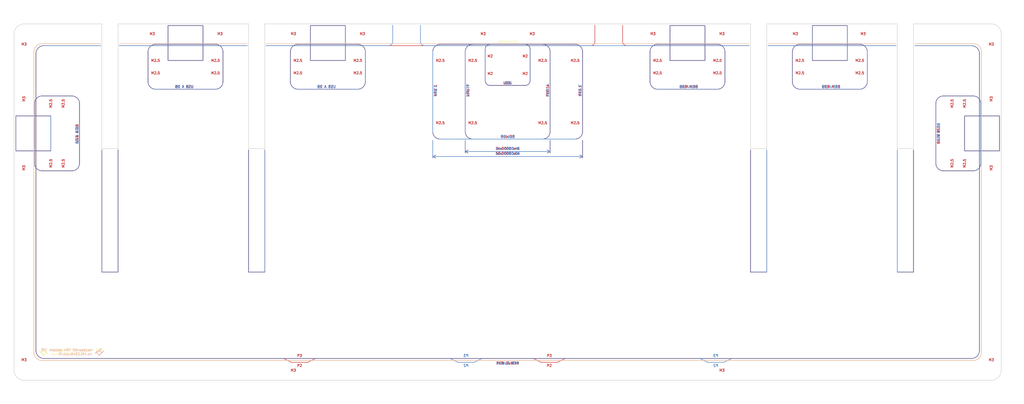
<source format=kicad_pcb>
(kicad_pcb (version 20211014) (generator pcbnew)
  (layers (0 "F.Cu" signal) (31 "B.Cu" signal) (34 "B.Paste" user) (35 "F.Paste" user) (36 "B.SilkS" user "B.Silkscreen") (37 "F.SilkS" user "F.Silkscreen") (38 "B.Mask" user) (39 "F.Mask" user) (44 "Edge.Cuts" user))
  (net 0 "")
  (footprint "MountingHole:MountingHole_3.2mm_M3" (layer "F.Cu") (at 196.6242 76.1952 -90)
    (fp_text reference "M3" (at 0 -3.5) (layer "F.Cu") (effects (font (thickness 0.2)) (justify left)))
    (fp_text value "MountingHole_3.2mm_M3")
    (pad "" np_thru_hole circle locked (at 0 0 270) (size 3.2 3.2) (drill 3.2) (layers *.Cu *.Mask))
  )
  (footprint "MountingHole:MountingHole_3.2mm_M3" (layer "F.Cu") (at 17.4614 211.1242)
    (fp_text reference "M3" (at 0 -4.2) (layer "F.Cu") (effects (font (thickness 0.2))))
    (fp_text value "MountingHole_3.2mm_M3")
    (pad "" np_thru_hole circle locked (at 0 0) (size 3.2 3.2) (drill 3.2) (layers *.Cu *.Mask))
  )
  (footprint "MountingHole:MountingHole_2.5mm" (layer "F.Cu") (at 271.1242 95.4137)
    (fp_text reference "M2.5" (at 0 -3.5) (layer "F.Cu") (effects (font (thickness 0.2))))
    (fp_text value "MountingHole_2.5mm")
    (pad "" np_thru_hole circle locked (at 0 0) (size 2.5 2.5) (drill 2.5) (layers *.Cu *.Mask))
  )
  (footprint "MountingHole:MountingHole_3.2mm_M3" (layer "F.Cu") (at 157.6242 76.1952 90)
    (fp_text reference "M3" (at 0 -3.5) (layer "F.Cu") (effects (font (thickness 0.2)) (justify right)))
    (fp_text value "MountingHole_3.2mm_M3")
    (pad "" np_thru_hole circle locked (at 0 0 90) (size 3.2 3.2) (drill 3.2) (layers *.Cu *.Mask))
  )
  (footprint "MountingHole:MountingHole_2.5mm" (layer "F.Cu") (at 94.1242 83.4137 180)
    (fp_text reference "M2.5" (at 0 -3.5) (layer "F.Cu") (effects (font (thickness 0.2))))
    (fp_text value "MountingHole_2.5mm")
    (pad "" np_thru_hole circle locked (at 0 0 180) (size 2.5 2.5) (drill 2.5) (layers *.Cu *.Mask))
  )
  (footprint "MountingHole:MountingHole_3.2mm_M3" (layer "F.Cu") (at 301.606 76.1952 90)
    (fp_text reference "M3" (at 0 -3.5) (layer "F.Cu") (effects (font (thickness 0.2)) (justify right)))
    (fp_text value "MountingHole_3.2mm_M3")
    (pad "" np_thru_hole circle locked (at 0 0 90) (size 3.2 3.2) (drill 3.2) (layers *.Cu *.Mask))
  )
  (footprint "MountingHole:MountingHole_2.5mm" (layer "F.Cu") (at 151.1242 83.4137 180)
    (fp_text reference "M2.5" (at 0 -3.5) (layer "F.Cu") (effects (font (thickness 0.2))))
    (fp_text value "MountingHole_2.5mm")
    (pad "" np_thru_hole circle locked (at 0 0 180) (size 2.5 2.5) (drill 2.5) (layers *.Cu *.Mask))
  )
  (footprint "MountingHole:MountingHole_3.2mm_M3" (layer "F.Cu") (at 404.787 76.1952 180)
    (fp_text reference "M3" (at 0 -4.2) (layer "F.Cu") (effects (font (thickness 0.2))))
    (fp_text value "MountingHole_3.2mm_M3")
    (pad "" np_thru_hole circle locked (at 0 0 180) (size 3.2 3.2) (drill 3.2) (layers *.Cu *.Mask))
  )
  (footprint "MountingHole:MountingHole_2.5mm" (layer "F.Cu") (at 197.1242 83.4137 180)
    (fp_text reference "M2.5" (at 0 -3.5) (layer "F.Cu") (effects (font (thickness 0.2))))
    (fp_text value "MountingHole_2.5mm")
    (pad "" np_thru_hole circle locked (at 0 0 180) (size 2.5 2.5) (drill 2.5) (layers *.Cu *.Mask))
  )
  (footprint "MountingHole:MountingHole_3.2mm_M3" (layer "F.Cu") (at 358.1242 76.1952 90)
    (fp_text reference "M3" (at 0 -3.5) (layer "F.Cu") (effects (font (thickness 0.2)) (justify right)))
    (fp_text value "MountingHole_3.2mm_M3")
    (pad "" np_thru_hole circle locked (at 0 0 90) (size 3.2 3.2) (drill 3.2) (layers *.Cu *.Mask))
  )
  (footprint "MountingHole:MountingHole_2.5mm" (layer "F.Cu") (at 94.1242 95.4137)
    (fp_text reference "M2.5" (at 0 -3.5) (layer "F.Cu") (effects (font (thickness 0.2))))
    (fp_text value "MountingHole_2.5mm")
    (pad "" np_thru_hole circle locked (at 0 0) (size 2.5 2.5) (drill 2.5) (layers *.Cu *.Mask))
  )
  (footprint "MountingHole:MountingHole_2.5mm" (layer "F.Cu") (at 397.5685 104.1322 90)
    (fp_text reference "M2.5" (at 0 -3.5 90) (layer "F.Cu") (effects (font (thickness 0.2))))
    (fp_text value "MountingHole_2.5mm")
    (pad "" np_thru_hole circle locked (at 0 0 90) (size 2.5 2.5) (drill 2.5) (layers *.Cu *.Mask))
  )
  (footprint "MountingHole:MountingHole_2.2mm_M2_ISO7380" (layer "F.Cu") (at 218.1242 82.4137)
    (fp_text reference "M2" (at 0 2.75) (layer "F.Cu") (effects (font (thickness 0.2))))
    (fp_text value "MountingHole_2.2mm_M2_ISO7380")
    (pad "" np_thru_hole circle locked (at 0 0) (size 2.2 2.2) (drill 2.2) (layers *.Cu *.Mask))
  )
  (footprint "MountingHole:MountingHole_2.5mm" (layer "F.Cu") (at 225.1242 83.4137 180)
    (fp_text reference "M2.5" (at 0 -3.5) (layer "F.Cu") (effects (font (thickness 0.2))))
    (fp_text value "MountingHole_2.5mm")
    (pad "" np_thru_hole circle locked (at 0 0 180) (size 2.5 2.5) (drill 2.5) (layers *.Cu *.Mask))
  )
  (footprint "MountingHole:MountingHole_2.5mm" (layer "F.Cu") (at 197.1242 115.4137)
    (fp_text reference "M2.5" (at 0 -3.5) (layer "F.Cu") (effects (font (thickness 0.2))))
    (fp_text value "MountingHole_2.5mm")
    (pad "" np_thru_hole circle locked (at 0 0) (size 2.5 2.5) (drill 2.5) (layers *.Cu *.Mask))
  )
  (footprint "MountingHole:MountingHole_2.5mm" (layer "F.Cu") (at 352.1242 83.4137 180)
    (fp_text reference "M2.5" (at 0 -3.5) (layer "F.Cu") (effects (font (thickness 0.2))))
    (fp_text value "MountingHole_2.5mm")
    (pad "" np_thru_hole circle locked (at 0 0 180) (size 2.5 2.5) (drill 2.5) (layers *.Cu *.Mask))
  )
  (footprint "MountingHole:MountingHole_2.5mm" (layer "F.Cu") (at 127.1242 83.4137 180)
    (fp_text reference "M2.5" (at 0 -3.5) (layer "F.Cu") (effects (font (thickness 0.2))))
    (fp_text value "MountingHole_2.5mm")
    (pad "" np_thru_hole circle locked (at 0 0 180) (size 2.5 2.5) (drill 2.5) (layers *.Cu *.Mask))
  )
  (footprint "MountingHole:MountingHole_3.2mm_M3" (layer "F.Cu") (at 120.6242 211.1242 -90)
    (fp_text reference "M3" (at 0 -3.5) (layer "F.Cu") (effects (font (thickness 0.2)) (justify left)))
    (fp_text value "MountingHole_3.2mm_M3")
    (pad "" np_thru_hole circle locked (at 0 0 270) (size 3.2 3.2) (drill 3.2) (layers *.Cu *.Mask))
  )
  (footprint "MountingHole:MountingHole_2.5mm" (layer "F.Cu") (at 70.1242 95.4137)
    (fp_text reference "M2.5" (at 0 -3.5) (layer "F.Cu") (effects (font (thickness 0.2))))
    (fp_text value "MountingHole_2.5mm")
    (pad "" np_thru_hole circle locked (at 0 0) (size 2.5 2.5) (drill 2.5) (layers *.Cu *.Mask))
  )
  (footprint "MountingHole:MountingHole_3.2mm_M3" (layer "F.Cu") (at 17.3984 134.6322)
    (fp_text reference "M3" (at 0 -3.5 90) (layer "F.Cu") (effects (font (thickness 0.2)) (justify left)))
    (fp_text value "MountingHole_3.2mm_M3")
    (pad "" np_thru_hole circle locked (at 0 0) (size 3.2 3.2) (drill 3.2) (layers *.Cu *.Mask))
  )
  (footprint "MountingHole:MountingHole_2.5mm" (layer "F.Cu") (at 238.1242 83.4137 180)
    (fp_text reference "M2.5" (at 0 -3.5) (layer "F.Cu") (effects (font (thickness 0.2))))
    (fp_text value "MountingHole_2.5mm")
    (pad "" np_thru_hole circle locked (at 0 0 180) (size 2.5 2.5) (drill 2.5) (layers *.Cu *.Mask))
  )
  (footprint "MountingHole:MountingHole_2.5mm" (layer "F.Cu") (at 36.679901 104.1322 90)
    (fp_text reference "M2.5" (at 0 -3.5 90) (layer "F.Cu") (effects (font (thickness 0.2))))
    (fp_text value "MountingHole_2.5mm")
    (pad "" np_thru_hole circle locked (at 0 0 90) (size 2.5 2.5) (drill 2.5) (layers *.Cu *.Mask))
  )
  (footprint "MountingHole:MountingHole_2.5mm" (layer "F.Cu") (at 24.679901 128.1322 -90)
    (fp_text reference "M2.5" (at 0 -3.5 90) (layer "F.Cu") (effects (font (thickness 0.2))))
    (fp_text value "MountingHole_2.5mm")
    (pad "" np_thru_hole circle locked (at 0 0 270) (size 2.5 2.5) (drill 2.5) (layers *.Cu *.Mask))
  )
  (footprint "MountingHole:MountingHole_2.2mm_M2_ISO7380" (layer "F.Cu") (at 204.1242 82.4137)
    (fp_text reference "M2" (at 0 2.75) (layer "F.Cu") (effects (font (thickness 0.2))))
    (fp_text value "MountingHole_2.2mm_M2_ISO7380")
    (pad "" np_thru_hole circle locked (at 0 0) (size 2.2 2.2) (drill 2.2) (layers *.Cu *.Mask))
  )
  (footprint "MountingHole:MountingHole_2.5mm" (layer "F.Cu") (at 328.1242 95.4137)
    (fp_text reference "M2.5" (at 0 -3.5) (layer "F.Cu") (effects (font (thickness 0.2))))
    (fp_text value "MountingHole_2.5mm")
    (pad "" np_thru_hole circle locked (at 0 0) (size 2.5 2.5) (drill 2.5) (layers *.Cu *.Mask))
  )
  (footprint "MountingHole:MountingHole_2.2mm_M2_ISO7380" (layer "F.Cu") (at 218.1242 94.9137)
    (fp_text reference "M2" (at 0 -2.75) (layer "F.Cu") (effects (font (thickness 0.2))))
    (fp_text value "MountingHole_2.2mm_M2_ISO7380")
    (pad "" np_thru_hole circle locked (at 0 0) (size 2.2 2.2) (drill 2.2) (layers *.Cu *.Mask))
  )
  (footprint "MountingHole:MountingHole_2.5mm" (layer "F.Cu") (at 238.1242 115.4137)
    (fp_text reference "M2.5" (at 0 -3.5) (layer "F.Cu") (effects (font (thickness 0.2))))
    (fp_text value "MountingHole_2.5mm")
    (pad "" np_thru_hole circle locked (at 0 0) (size 2.5 2.5) (drill 2.5) (layers *.Cu *.Mask))
  )
  (footprint "MountingHole:MountingHole_3.2mm_M3" (layer "F.Cu") (at 404.787 211.1242)
    (fp_text reference "M3" (at 0 -4.2) (layer "F.Cu") (effects (font (thickness 0.2))))
    (fp_text value "MountingHole_3.2mm_M3")
    (pad "" np_thru_hole circle locked (at 0 0) (size 3.2 3.2) (drill 3.2) (layers *.Cu *.Mask))
  )
  (footprint "MountingHole:MountingHole_3.2mm_M3" (layer "F.Cu") (at 120.6424 76.1952 -90)
    (fp_text reference "M3" (at 0 -3.5) (layer "F.Cu") (effects (font (thickness 0.2)) (justify left)))
    (fp_text value "MountingHole_3.2mm_M3")
    (pad "" np_thru_hole circle locked (at 0 0 270) (size 3.2 3.2) (drill 3.2) (layers *.Cu *.Mask))
  )
  (footprint "MountingHole:MountingHole_2.5mm" (layer "F.Cu") (at 70.1242 83.4137 180)
    (fp_text reference "M2.5" (at 0 -3.5) (layer "F.Cu") (effects (font (thickness 0.2))))
    (fp_text value "MountingHole_2.5mm")
    (pad "" np_thru_hole circle locked (at 0 0 180) (size 2.5 2.5) (drill 2.5) (layers *.Cu *.Mask))
  )
  (footprint "MountingHole:MountingHole_3.2mm_M3" (layer "F.Cu") (at 100.6242 76.1952 90)
    (fp_text reference "M3" (at 0 -3.5) (layer "F.Cu") (effects (font (thickness 0.2)) (justify right)))
    (fp_text value "MountingHole_3.2mm_M3")
    (pad "" np_thru_hole circle locked (at 0 0 90) (size 3.2 3.2) (drill 3.2) (layers *.Cu *.Mask))
  )
  (footprint "MountingHole:MountingHole_3.2mm_M3" (layer "F.Cu") (at 264.6242 76.1952 -90)
    (fp_text reference "M3" (at 0 -3.5) (layer "F.Cu") (effects (font (thickness 0.2)) (justify left)))
    (fp_text value "MountingHole_3.2mm_M3")
    (pad "" np_thru_hole circle locked (at 0 0 270) (size 3.2 3.2) (drill 3.2) (layers *.Cu *.Mask))
  )
  (footprint "MountingHole:MountingHole_2.5mm" (layer "F.Cu") (at 151.1242 95.4137)
    (fp_text reference "M2.5" (at 0 -3.5) (layer "F.Cu") (effects (font (thickness 0.2))))
    (fp_text value "MountingHole_2.5mm")
    (pad "" np_thru_hole circle locked (at 0 0) (size 2.5 2.5) (drill 2.5) (layers *.Cu *.Mask))
  )
  (footprint "MountingHole:MountingHole_3.2mm_M3" (layer "F.Cu") (at 404.787 134.6322)
    (fp_text reference "M3" (at 0 -3.5 90) (layer "F.Cu") (effects (font (thickness 0.2)) (justify left)))
    (fp_text value "MountingHole_3.2mm_M3")
    (pad "" np_thru_hole circle locked (at 0 0) (size 3.2 3.2) (drill 3.2) (layers *.Cu *.Mask))
  )
  (footprint "MountingHole:MountingHole_2.5mm" (layer "F.Cu") (at 295.1242 95.4137)
    (fp_text reference "M2.5" (at 0 -3.5) (layer "F.Cu") (effects (font (thickness 0.2))))
    (fp_text value "MountingHole_2.5mm")
    (pad "" np_thru_hole circle locked (at 0 0) (size 2.5 2.5) (drill 2.5) (layers *.Cu *.Mask))
  )
  (footprint "MountingHole:MountingHole_2.5mm" (layer "F.Cu") (at 328.1242 83.4137 180)
    (fp_text reference "M2.5" (at 0 -3.5) (layer "F.Cu") (effects (font (thickness 0.2))))
    (fp_text value "MountingHole_2.5mm")
    (pad "" np_thru_hole circle locked (at 0 0 180) (size 2.5 2.5) (drill 2.5) (layers *.Cu *.Mask))
  )
  (footprint "MountingHole:MountingHole_3.2mm_M3" (layer "F.Cu") (at 17.4614 76.1952 180)
    (fp_text reference "M3" (at 0 -4.2) (layer "F.Cu") (effects (font (thickness 0.2))))
    (fp_text value "MountingHole_3.2mm_M3")
    (pad "" np_thru_hole circle locked (at 0 0 180) (size 3.2 3.2) (drill 3.2) (layers *.Cu *.Mask))
  )
  (footprint "MountingHole:MountingHole_2.5mm" (layer "F.Cu") (at 24.679901 104.1322 -90)
    (fp_text reference "M2.5" (at 0 -3.5 90) (layer "F.Cu") (effects (font (thickness 0.2))))
    (fp_text value "MountingHole_2.5mm")
    (pad "" np_thru_hole circle locked (at 0 0 270) (size 2.5 2.5) (drill 2.5) (layers *.Cu *.Mask))
  )
  (footprint "MountingHole:MountingHole_3.2mm_M3" (layer "F.Cu") (at 225.6242 76.1952 90)
    (fp_text reference "M3" (at 0 -3.5) (layer "F.Cu") (effects (font (thickness 0.2)) (justify right)))
    (fp_text value "MountingHole_3.2mm_M3")
    (pad "" np_thru_hole circle locked (at 0 0 90) (size 3.2 3.2) (drill 3.2) (layers *.Cu *.Mask))
  )
  (footprint "MountingHole:MountingHole_2.5mm" (layer "F.Cu") (at 36.679901 128.1322 90)
    (fp_text reference "M2.5" (at 0 -3.5 90) (layer "F.Cu") (effects (font (thickness 0.2))))
    (fp_text value "MountingHole_2.5mm")
    (pad "" np_thru_hole circle locked (at 0 0 90) (size 2.5 2.5) (drill 2.5) (layers *.Cu *.Mask))
  )
  (footprint "MountingHole:MountingHole_2.5mm" (layer "F.Cu") (at 271.1242 83.4137 180)
    (fp_text reference "M2.5" (at 0 -3.5) (layer "F.Cu") (effects (font (thickness 0.2))))
    (fp_text value "MountingHole_2.5mm")
    (pad "" np_thru_hole circle locked (at 0 0 180) (size 2.5 2.5) (drill 2.5) (layers *.Cu *.Mask))
  )
  (footprint "MountingHole:MountingHole_2.5mm" (layer "F.Cu") (at 184.1242 115.4137)
    (fp_text reference "M2.5" (at 0 -3.5) (layer "F.Cu") (effects (font (thickness 0.2))))
    (fp_text value "MountingHole_2.5mm")
    (pad "" np_thru_hole circle locked (at 0 0) (size 2.5 2.5) (drill 2.5) (layers *.Cu *.Mask))
  )
  (footprint "MountingHole:MountingHole_3.2mm_M3" (layer "F.Cu") (at 64.1242 76.1952 -90)
    (fp_text reference "M3" (at 0 -3.5) (layer "F.Cu") (effects (font (thickness 0.2)) (justify left)))
    (fp_text value "MountingHole_3.2mm_M3")
    (pad "" np_thru_hole circle locked (at 0 0 270) (size 3.2 3.2) (drill 3.2) (layers *.Cu *.Mask))
  )
  (footprint "MountingHole:MountingHole_3.2mm_M3" (layer "F.Cu") (at 404.787 97.6251 180)
    (fp_text reference "M3" (at 0 -3.5 90) (layer "F.Cu") (effects (font (thickness 0.2)) (justify right)))
    (fp_text value "MountingHole_3.2mm_M3")
    (pad "" np_thru_hole circle locked (at 0 0 180) (size 3.2 3.2) (drill 3.2) (layers *.Cu *.Mask))
  )
  (footprint "MountingHole:MountingHole_2.5mm" (layer "F.Cu") (at 385.5685 104.1322 -90)
    (fp_text reference "M2.5" (at 0 -3.5 90) (layer "F.Cu") (effects (font (thickness 0.2))))
    (fp_text value "MountingHole_2.5mm")
    (pad "" np_thru_hole circle locked (at 0 0 270) (size 2.5 2.5) (drill 2.5) (layers *.Cu *.Mask))
  )
  (footprint "MountingHole:MountingHole_2.5mm" (layer "F.Cu") (at 385.5685 128.1322 -90)
    (fp_text reference "M2.5" (at 0 -3.5 90) (layer "F.Cu") (effects (font (thickness 0.2))))
    (fp_text value "MountingHole_2.5mm")
    (pad "" np_thru_hole circle locked (at 0 0 270) (size 2.5 2.5) (drill 2.5) (layers *.Cu *.Mask))
  )
  (footprint "MountingHole:MountingHole_3.2mm_M3" (layer "F.Cu") (at 17.4299 97.6322 180)
    (fp_text reference "M3" (at 0 -3.5 90) (layer "F.Cu") (effects (font (thickness 0.2)) (justify right)))
    (fp_text value "MountingHole_3.2mm_M3")
    (pad "" np_thru_hole circle locked (at 0 0 180) (size 3.2 3.2) (drill 3.2) (layers *.Cu *.Mask))
  )
  (footprint "MountingHole:MountingHole_3.2mm_M3" (layer "F.Cu") (at 301.6242 211.1242 90)
    (fp_text reference "M3" (at 0 -3.5) (layer "F.Cu") (effects (font (thickness 0.2)) (justify right)))
    (fp_text value "MountingHole_3.2mm_M3")
    (pad "" np_thru_hole circle locked (at 0 0 90) (size 3.2 3.2) (drill 3.2) (layers *.Cu *.Mask))
  )
  (footprint "MountingHole:MountingHole_2.5mm" (layer "F.Cu") (at 295.1242 83.4137 180)
    (fp_text reference "M2.5" (at 0 -3.5) (layer "F.Cu") (effects (font (thickness 0.2))))
    (fp_text value "MountingHole_2.5mm")
    (pad "" np_thru_hole circle locked (at 0 0 180) (size 2.5 2.5) (drill 2.5) (layers *.Cu *.Mask))
  )
  (footprint "MountingHole:MountingHole_2.5mm" (layer "F.Cu") (at 184.1242 83.4137 180)
    (fp_text reference "M2.5" (at 0 -3.5) (layer "F.Cu") (effects (font (thickness 0.2))))
    (fp_text value "MountingHole_2.5mm")
    (pad "" np_thru_hole circle locked (at 0 0 180) (size 2.5 2.5) (drill 2.5) (layers *.Cu *.Mask))
  )
  (footprint "MountingHole:MountingHole_2.5mm" (layer "F.Cu") (at 225.1242 115.4137)
    (fp_text reference "M2.5" (at 0 -3.5) (layer "F.Cu") (effects (font (thickness 0.2))))
    (fp_text value "MountingHole_2.5mm")
    (pad "" np_thru_hole circle locked (at 0 0) (size 2.5 2.5) (drill 2.5) (layers *.Cu *.Mask))
  )
  (footprint "custom-footprints:logo_small" (layer "F.Cu") (at 47.715134 203.9809)
    (fp_text reference "logo_small" hide)
    (fp_text value "G***" hide)
    (fp_poly (pts (xy -1.190375 -0.163823) (xy -0.743229 -0.610969) (xy -0.901979 -0.776333) (xy -2 0.32301) (xy -1.834635 0.487052) (xy -1.390135 0.041229) (xy 0.024062 1.463365) (xy 0.229115 1.25699) (xy -1.190375 -0.163823)) (layer "B.SilkS") (width 0) (fill solid))
    (fp_poly (pts (xy 0.156354 1.05326) (xy 1.743854 -0.53424) (xy 1.537479 -0.736646) (xy 0.854854 -0.052698) (xy 0.051844 -0.857031) (xy 0.735792 -1.542302) (xy 0.528094 -1.75) (xy -1.059406 -0.1625) (xy -0.849063 0.042552) (xy -0.118813 -0.690344) (xy 0.685521 0.111344) (xy -0.047375 0.84424) (xy 0.156354 1.05326)) (layer "B.SilkS") (width 0) (fill solid))
  )
  (footprint "MountingHole:MountingHole_3.2mm_M3" (layer "F.Cu") (at 321.6242 76.1952 -90)
    (fp_text reference "M3" (at 0 -3.5) (layer "F.Cu") (effects (font (thickness 0.2)) (justify left)))
    (fp_text value "MountingHole_3.2mm_M3")
    (pad "" np_thru_hole circle locked (at 0 0 270) (size 3.2 3.2) (drill 3.2) (layers *.Cu *.Mask))
  )
  (footprint "MountingHole:MountingHole_2.5mm" (layer "F.Cu") (at 127.1242 95.4137)
    (fp_text reference "M2.5" (at 0 -3.5) (layer "F.Cu") (effects (font (thickness 0.2))))
    (fp_text value "MountingHole_2.5mm")
    (pad "" np_thru_hole circle locked (at 0 0) (size 2.5 2.5) (drill 2.5) (layers *.Cu *.Mask))
  )
  (footprint "MountingHole:MountingHole_2.2mm_M2_ISO7380" (layer "F.Cu") (at 204.1242 94.9137)
    (fp_text reference "M2" (at 0 -2.75) (layer "F.Cu") (effects (font (thickness 0.2))))
    (fp_text value "MountingHole_2.2mm_M2_ISO7380")
    (pad "" np_thru_hole circle locked (at 0 0) (size 2.2 2.2) (drill 2.2) (layers *.Cu *.Mask))
  )
  (footprint "MountingHole:MountingHole_2.5mm" (layer "F.Cu") (at 397.5685 128.1322 90)
    (fp_text reference "M2.5" (at 0 -3.5 90) (layer "F.Cu") (effects (font (thickness 0.2))))
    (fp_text value "MountingHole_2.5mm")
    (pad "" np_thru_hole circle locked (at 0 0 90) (size 2.5 2.5) (drill 2.5) (layers *.Cu *.Mask))
  )
  (footprint "MountingHole:MountingHole_2.5mm" (layer "F.Cu") (at 352.1242 95.4137)
    (fp_text reference "M2.5" (at 0 -3.5) (layer "F.Cu") (effects (font (thickness 0.2))))
    (fp_text value "MountingHole_2.5mm")
    (pad "" np_thru_hole circle locked (at 0 0) (size 2.5 2.5) (drill 2.5) (layers *.Cu *.Mask))
  )
  (footprint "custom-footprints:logo_small" (layer "B.Cu") (at 25.1242 203.9809 180)
    (fp_text reference "logo_small" hide)
    (fp_text value "G***" hide)
    (fp_poly (pts (xy 0.156354 -1.05326) (xy 1.743854 0.53424) (xy 1.537479 0.736646) (xy 0.854854 0.052698) (xy 0.051844 0.857031) (xy 0.735792 1.542302) (xy 0.528094 1.75) (xy -1.059406 0.1625) (xy -0.849063 -0.042552) (xy -0.118813 0.690344) (xy 0.685521 -0.111344) (xy -0.047375 -0.84424) (xy 0.156354 -1.05326)) (layer "F.SilkS") (width 0) (fill solid))
    (fp_poly (pts (xy -1.190375 0.163823) (xy -0.743229 0.610969) (xy -0.901979 0.776333) (xy -2 -0.32301) (xy -1.834635 -0.487052) (xy -1.390135 -0.041229) (xy 0.024062 -1.463365) (xy 0.229115 -1.25699) (xy -1.190375 0.163823)) (layer "F.SilkS") (width 0) (fill solid))
  )
  (gr_line (start 295.1242 80.4137) (end 271.1242 80.4137) (layer "F.Cu") (width 0.2))
  (gr_arc (start 39.679901 128.1322) (mid 38.801221 130.25352) (end 36.679901 131.1322) (layer "F.Cu") (width 0.2))
  (gr_line (start 113.8742 171.7267) (end 107.3742 171.7267) (layer "F.Cu") (width 0.2))
  (gr_arc (start 238.1242 80.4137) (mid 240.24552 81.29238) (end 241.1242 83.4137) (layer "F.Cu") (width 0.2))
  (gr_line (start 121.4361 206.362) (end 25.3984 206.362) (layer "F.Cu") (width 0.2))
  (gr_rect (start 333.1242 72.9137) (end 347.1242 86.9137) (layer "F.Cu") (width 0.2) (fill none))
  (gr_line (start 298.1242 95.4137) (end 298.1242 83.4137) (layer "F.Cu") (width 0.2))
  (gr_line (start 396.85 206.362) (end 234.1415 206.362) (layer "F.Cu") (width 0.2))
  (gr_line (start 397.5685 101.1322) (end 385.5685 101.1322) (layer "F.Cu") (width 0.2))
  (gr_line (start 241.1242 115.4137) (end 241.1242 83.4137) (layer "F.Cu") (width 0.2))
  (gr_line (start 184.1242 118.4137) (end 238.1242 118.4137) (layer "F.Cu") (width 0.2))
  (gr_line (start 22.2236 203.1872) (end 22.2236 84.1322) (layer "F.Cu") (width 0.2))
  (gr_line (start 314.8742 171.7267) (end 308.3742 171.7267) (layer "F.Cu") (width 0.2))
  (gr_line (start 355.1242 95.4137) (end 355.1242 83.4137) (layer "F.Cu") (width 0.2))
  (gr_line (start 400.5685 128.1322) (end 400.5685 104.1322) (layer "F.Cu") (width 0.2))
  (gr_line (start 221.4423 206.362) (end 234.1415 206.362) (layer "F.Cu") (width 0.2))
  (gr_line (start 154.1242 95.4137) (end 154.1242 83.4137) (layer "F.Cu") (width 0.2))
  (gr_arc (start 202.1242 82.4137) (mid 202.709986 80.999486) (end 204.1242 80.4137) (layer "F.Cu") (width 0.2))
  (gr_arc (start 396.85 80.9574) (mid 399.094923 81.887277) (end 400.0248 84.1322) (layer "F.Cu") (width 0.2))
  (gr_line (start 308.3742 122.7267) (end 308.3742 171.7267) (layer "F.Cu") (width 0.2))
  (gr_line (start 373.6242 171.7267) (end 367.1242 171.7267) (layer "F.Cu") (width 0.2))
  (gr_arc (start 25.3984 206.362) (mid 23.153477 205.432123) (end 22.2236 203.1872) (layer "F.Cu") (width 0.2))
  (gr_line (start 55.6242 80.9574) (end 106.8742 80.9574) (layer "F.Cu") (width 0.2))
  (gr_line (start 258.7462 80.9574) (end 307.8742 80.9574) (layer "F.Cu") (width 0.2))
  (gr_line (start 202.1242 82.4137) (end 202.1242 94.9137) (layer "F.Cu") (width 0.2))
  (gr_arc (start 184.1242 118.4137) (mid 182.00288 117.53502) (end 181.1242 115.4137) (layer "F.Cu") (width 0.2))
  (gr_line (start 257.1588 72.7267) (end 257.1588 79.37) (layer "F.Cu") (width 0.2))
  (gr_line (start 48.6242 122.7267) (end 48.6242 171.7267) (layer "F.Cu") (width 0.2))
  (gr_arc (start 397.5685 101.1322) (mid 399.68982 102.01088) (end 400.5685 104.1322) (layer "F.Cu") (width 0.2))
  (gr_arc (start 400.0248 203.1872) (mid 399.094923 205.432123) (end 396.85 206.362) (layer "F.Cu") (width 0.2))
  (gr_line (start 314.8742 171.7267) (end 314.8742 122.7267) (layer "F.Cu") (width 0.2))
  (gr_arc (start 352.1242 80.4137) (mid 354.24552 81.29238) (end 355.1242 83.4137) (layer "F.Cu") (width 0.2))
  (gr_line (start 315.3742 80.9574) (end 366.6242 80.9574) (layer "F.Cu") (width 0.2))
  (gr_line (start 21.679901 104.1322) (end 21.679901 128.1322) (layer "F.Cu") (width 0.2))
  (gr_line (start 130.9605 207.9494) (end 134.1353 206.362) (layer "F.Cu") (width 0.2))
  (gr_line (start 97.1242 95.4137) (end 97.1242 83.4137) (layer "F.Cu") (width 0.2))
  (gr_line (start 373.6242 171.7267) (end 373.6242 122.7267) (layer "F.Cu") (width 0.2))
  (gr_rect (start 276.1242 72.9137) (end 290.1242 86.9137) (layer "F.Cu") (width 0.2) (fill none))
  (gr_line (start 224.6171 207.9494) (end 230.9667 207.9494) (layer "F.Cu") (width 0.2))
  (gr_line (start 328.1242 98.4137) (end 352.1242 98.4137) (layer "F.Cu") (width 0.2))
  (gr_rect (start 75.1242 86.9137) (end 89.1242 72.9137) (layer "F.Cu") (width 0.2) (fill none))
  (gr_line (start 400.0248 84.1322) (end 400.0248 203.1872) (layer "F.Cu") (width 0.2))
  (gr_arc (start 127.1242 98.4137) (mid 125.00288 97.53502) (end 124.1242 95.4137) (layer "F.Cu") (width 0.2))
  (gr_arc (start 154.1242 95.4137) (mid 153.24552 97.53502) (end 151.1242 98.4137) (layer "F.Cu") (width 0.2))
  (gr_arc (start 97.1242 95.4137) (mid 96.24552 97.53502) (end 94.1242 98.4137) (layer "F.Cu") (width 0.2))
  (gr_line (start 67.1242 83.4137) (end 67.1242 95.4137) (layer "F.Cu") (width 0.2))
  (gr_line (start 325.1242 83.4137) (end 325.1242 95.4137) (layer "F.Cu") (width 0.2))
  (gr_line (start 396.85 80.9574) (end 374.1242 80.9574) (layer "F.Cu") (width 0.2))
  (gr_rect (start 408.0685 109.1322) (end 394.0685 123.1322) (layer "F.Cu") (width 0.2) (fill none))
  (gr_line (start 48.1242 80.9574) (end 24.8984 80.9574) (layer "F.Cu") (width 0.2))
  (gr_arc (start 225.1242 80.4137) (mid 227.24552 81.29238) (end 228.1242 83.4137) (layer "F.Cu") (width 0.2))
  (gr_arc (start 246.047 79.37) (mid 245.582061 80.492461) (end 244.4596 80.9574) (layer "F.Cu") (width 0.2))
  (gr_line (start 24.679901 131.1322) (end 36.679901 131.1322) (layer "F.Cu") (width 0.2))
  (gr_arc (start 197.1242 118.4137) (mid 195.00288 117.53502) (end 194.1242 115.4137) (layer "F.Cu") (width 0.2))
  (gr_line (start 204.1242 96.9137) (end 218.1242 96.9137) (layer "F.Cu") (width 0.2))
  (gr_line (start 238.1242 80.4137) (end 184.1242 80.4137) (layer "F.Cu") (width 0.2))
  (gr_line (start 121.4361 206.362) (end 134.1353 206.362) (layer "F.Cu") (width 0.2))
  (gr_arc (start 328.1242 98.4137) (mid 326.00288 97.53502) (end 325.1242 95.4137) (layer "F.Cu") (width 0.2))
  (gr_line (start 385.5685 131.1322) (end 397.5685 131.1322) (layer "F.Cu") (width 0.2))
  (gr_line (start 39.679901 128.1322) (end 39.679901 104.1322) (layer "F.Cu") (width 0.2))
  (gr_arc (start 355.1242 95.4137) (mid 354.24552 97.53502) (end 352.1242 98.4137) (layer "F.Cu") (width 0.2))
  (gr_line (start 70.1242 98.4137) (end 94.1242 98.4137) (layer "F.Cu") (width 0.2))
  (gr_line (start 220.1242 94.9137) (end 220.1242 82.4137) (layer "F.Cu") (width 0.2))
  (gr_arc (start 151.1242 80.4137) (mid 153.24552 81.29238) (end 154.1242 83.4137) (layer "F.Cu") (width 0.2))
  (gr_arc (start 124.1242 83.4137) (mid 125.00288 81.29238) (end 127.1242 80.4137) (layer "F.Cu") (width 0.2))
  (gr_line (start 55.1242 171.7267) (end 55.1242 122.7267) (layer "F.Cu") (width 0.2))
  (gr_line (start 271.1242 98.4137) (end 295.1242 98.4137) (layer "F.Cu") (width 0.2))
  (gr_line (start 228.1242 115.4137) (end 228.1242 83.4137) (layer "F.Cu") (width 0.2))
  (gr_line (start 221.4423 206.362) (end 134.1353 206.362) (layer "F.Cu") (width 0.2))
  (gr_line (start 55.1242 171.7267) (end 48.6242 171.7267) (layer "F.Cu") (width 0.2))
  (gr_rect (start 14.179901 123.1322) (end 28.179901 109.1322) (layer "F.Cu") (width 0.2) (fill none))
  (gr_arc (start 70.1242 98.4137) (mid 68.00288 97.53502) (end 67.1242 95.4137) (layer "F.Cu") (width 0.2))
  (gr_arc (start 22.2236 84.1322) (mid 23.153477 81.887277) (end 25.3984 80.9574) (layer "F.Cu") (width 0.2))
  (gr_arc (start 67.1242 83.4137) (mid 68.00288 81.29238) (end 70.1242 80.4137) (layer "F.Cu") (width 0.2))
  (gr_line (start 127.1242 98.4137) (end 151.1242 98.4137) (layer "F.Cu") (width 0.2))
  (gr_line (start 94.1242 80.4137) (end 70.1242 80.4137) (layer "F.Cu") (width 0.2))
  (gr_arc (start 241.1242 115.4137) (mid 240.24552 117.53502) (end 238.1242 118.4137) (layer "F.Cu") (width 0.2))
  (gr_arc (start 382.5685 104.1322) (mid 383.44718 102.01088) (end 385.5685 101.1322) (layer "F.Cu") (width 0.2))
  (gr_line (start 107.3742 122.7267) (end 107.3742 171.7267) (layer "F.Cu") (width 0.2))
  (gr_arc (start 268.1242 83.4137) (mid 269.00288 81.29238) (end 271.1242 80.4137) (layer "F.Cu") (width 0.2))
  (gr_line (start 124.1242 83.4137) (end 124.1242 95.4137) (layer "F.Cu") (width 0.2))
  (gr_arc (start 220.1242 94.9137) (mid 219.538414 96.327914) (end 218.1242 96.9137) (layer "F.Cu") (width 0.2))
  (gr_line (start 151.1242 80.4137) (end 127.1242 80.4137) (layer "F.Cu") (width 0.2))
  (gr_arc (start 204.1242 96.9137) (mid 202.709986 96.327914) (end 202.1242 94.9137) (layer "F.Cu") (width 0.2))
  (gr_line (start 382.5685 104.1322) (end 382.5685 128.1322) (layer "F.Cu") (width 0.2))
  (gr_arc (start 271.1242 98.4137) (mid 269.00288 97.53502) (end 268.1242 95.4137) (layer "F.Cu") (width 0.2))
  (gr_line (start 114.3742 80.9574) (end 244.4596 80.9574) (layer "F.Cu") (width 0.2))
  (gr_arc (start 218.1242 80.4137) (mid 219.538414 80.999486) (end 220.1242 82.4137) (layer "F.Cu") (width 0.2))
  (gr_line (start 113.8742 171.7267) (end 113.8742 122.7267) (layer "F.Cu") (width 0.2))
  (gr_arc (start 194.1242 83.4137) (mid 195.00288 81.29238) (end 197.1242 80.4137) (layer "F.Cu") (width 0.2))
  (gr_arc (start 295.1242 80.4137) (mid 297.24552 81.29238) (end 298.1242 83.4137) (layer "F.Cu") (width 0.2))
  (gr_line (start 124.6109 207.9494) (end 130.9605 207.9494) (layer "F.Cu") (width 0.2))
  (gr_line (start 230.9667 207.9494) (end 234.1415 206.362) (layer "F.Cu") (width 0.2))
  (gr_arc (start 385.5685 131.1322) (mid 383.44718 130.25352) (end 382.5685 128.1322) (layer "F.Cu") (width 0.2))
  (gr_arc (start 400.5685 128.1322) (mid 399.68982 130.25352) (end 397.5685 131.1322) (layer "F.Cu") (width 0.2))
  (gr_line (start 194.1242 83.4137) (end 194.1242 115.4137) (layer "F.Cu") (width 0.2))
  (gr_arc (start 24.679901 131.1322) (mid 22.558581 130.25352) (end 21.679901 128.1322) (layer "F.Cu") (width 0.2))
  (gr_arc (start 258.7462 80.9574) (mid 257.623739 80.492461) (end 257.1588 79.37) (layer "F.Cu") (width 0.2))
  (gr_arc (start 325.1242 83.4137) (mid 326.00288 81.29238) (end 328.1242 80.4137) (layer "F.Cu") (width 0.2))
  (gr_line (start 124.6109 207.9494) (end 121.4361 206.362) (layer "F.Cu") (width 0.2))
  (gr_line (start 36.679901 101.1322) (end 24.679901 101.1322) (layer "F.Cu") (width 0.2))
  (gr_arc (start 36.679901 101.1322) (mid 38.801221 102.01088) (end 39.679901 104.1322) (layer "F.Cu") (width 0.2))
  (gr_line (start 246.047 72.7267) (end 246.047 79.37) (layer "F.Cu") (width 0.2))
  (gr_line (start 268.1242 83.4137) (end 268.1242 95.4137) (layer "F.Cu") (width 0.2))
  (gr_line (start 367.1242 122.7267) (end 367.1242 171.7267) (layer "F.Cu") (width 0.2))
  (gr_arc (start 298.1242 95.4137) (mid 297.24552 97.53502) (end 295.1242 98.4137) (layer "F.Cu") (width 0.2))
  (gr_line (start 224.6171 207.9494) (end 221.4423 206.362) (layer "F.Cu") (width 0.2))
  (gr_arc (start 181.1242 83.4137) (mid 182.00288 81.29238) (end 184.1242 80.4137) (layer "F.Cu") (width 0.2))
  (gr_line (start 352.1242 80.4137) (end 328.1242 80.4137) (layer "F.Cu") (width 0.2))
  (gr_line (start 181.1242 83.4137) (end 181.1242 115.4137) (layer "F.Cu") (width 0.2))
  (gr_rect (start 132.1242 86.9137) (end 146.1242 72.9137) (layer "F.Cu") (width 0.2) (fill none))
  (gr_arc (start 228.1242 115.4137) (mid 227.24552 117.53502) (end 225.1242 118.4137) (layer "F.Cu") (width 0.2))
  (gr_arc (start 94.1242 80.4137) (mid 96.24552 81.29238) (end 97.1242 83.4137) (layer "F.Cu") (width 0.2))
  (gr_arc (start 21.679901 104.1322) (mid 22.558581 102.01088) (end 24.679901 101.1322) (layer "F.Cu") (width 0.2))
  (gr_line (start 300.8123 206.362) (end 297.6375 207.9494) (layer "B.Cu") (width 0.2))
  (gr_line (start 36.6799 101.1322) (end 24.6799 101.1322) (layer "B.Cu") (width 0.2))
  (gr_arc (start 400.0248 203.1872) (mid 399.094923 205.432123) (end 396.85 206.362) (layer "B.Cu") (width 0.2))
  (gr_line (start 184.1242 118.4137) (end 238.1242 118.4137) (layer "B.Cu") (width 0.2))
  (gr_line (start 67.1242 83.4137) (end 67.1242 95.4137) (layer "B.Cu") (width 0.2))
  (gr_arc (start 97.1242 95.4137) (mid 96.24552 97.53502) (end 94.1242 98.4137) (layer "B.Cu") (width 0.2))
  (gr_line (start 94.1242 80.4137) (end 70.1242 80.4137) (layer "B.Cu") (width 0.2))
  (gr_arc (start 268.1242 83.4137) (mid 269.00288 81.29238) (end 271.1242 80.4137) (layer "B.Cu") (width 0.2))
  (gr_line (start 113.8742 171.7267) (end 113.8742 122.7267) (layer "B.Cu") (width 0.2))
  (gr_arc (start 39.6799 128.1322) (mid 38.80122 130.25352) (end 36.6799 131.1322) (layer "B.Cu") (width 0.2))
  (gr_line (start 124.1242 83.4137) (end 124.1242 95.4137) (layer "B.Cu") (width 0.2))
  (gr_arc (start 21.6799 104.1322) (mid 22.55858 102.01088) (end 24.6799 101.1322) (layer "B.Cu") (width 0.2))
  (gr_line (start 176.2014 79.37) (end 176.2014 72.7267) (layer "B.Cu") (width 0.2))
  (gr_line (start 288.1131 206.362) (end 300.8123 206.362) (layer "B.Cu") (width 0.2))
  (gr_arc (start 151.1242 80.4137) (mid 153.24552 81.29238) (end 154.1242 83.4137) (layer "B.Cu") (width 0.2))
  (gr_line (start 24.6799 131.1322) (end 36.6799 131.1322) (layer "B.Cu") (width 0.2))
  (gr_line (start 48.6242 171.7267) (end 55.1242 171.7267) (layer "B.Cu") (width 0.2))
  (gr_line (start 25.3984 80.9574) (end 48.1242 80.9574) (layer "B.Cu") (width 0.2))
  (gr_arc (start 298.1242 95.4137) (mid 297.24552 97.53502) (end 295.1242 98.4137) (layer "B.Cu") (width 0.2))
  (gr_rect (start 75.1242 86.9137) (end 89.1242 72.9137) (layer "B.Cu") (width 0.2) (fill none))
  (gr_line (start 314.8742 171.7267) (end 314.8742 122.7267) (layer "B.Cu") (width 0.2))
  (gr_line (start 308.3742 122.7267) (end 308.3742 171.7267) (layer "B.Cu") (width 0.2))
  (gr_line (start 48.6242 122.7267) (end 48.6242 171.7267) (layer "B.Cu") (width 0.2))
  (gr_arc (start 204.1242 96.9137) (mid 202.709986 96.327914) (end 202.1242 94.9137) (layer "B.Cu") (width 0.2))
  (gr_line (start 200.8061 206.362) (end 197.6313 207.9494) (layer "B.Cu") (width 0.2))
  (gr_rect (start 394.068499 109.1322) (end 408.068499 123.1322) (layer "B.Cu") (width 0.2) (fill none))
  (gr_line (start 367.1242 122.7267) (end 367.1242 171.7267) (layer "B.Cu") (width 0.2))
  (gr_arc (start 94.1242 80.4137) (mid 96.24552 81.29238) (end 97.1242 83.4137) (layer "B.Cu") (width 0.2))
  (gr_arc (start 197.1242 118.4137) (mid 195.00288 117.53502) (end 194.1242 115.4137) (layer "B.Cu") (width 0.2))
  (gr_arc (start 271.1242 98.4137) (mid 269.00288 97.53502) (end 268.1242 95.4137) (layer "B.Cu") (width 0.2))
  (gr_line (start 220.1242 94.9137) (end 220.1242 82.4137) (layer "B.Cu") (width 0.2))
  (gr_arc (start 67.1242 83.4137) (mid 68.00288 81.29238) (end 70.1242 80.4137) (layer "B.Cu") (width 0.2))
  (gr_arc (start 24.6799 131.1322) (mid 22.55858 130.25352) (end 21.6799 128.1322) (layer "B.Cu") (width 0.2))
  (gr_line (start 127.1242 98.4137) (end 151.1242 98.4137) (layer "B.Cu") (width 0.2))
  (gr_line (start 373.6242 171.7267) (end 373.6242 122.7267) (layer "B.Cu") (width 0.2))
  (gr_line (start 154.1242 95.4137) (end 154.1242 83.4137) (layer "B.Cu") (width 0.2))
  (gr_line (start 308.3742 171.7267) (end 314.8742 171.7267) (layer "B.Cu") (width 0.2))
  (gr_line (start 352.1242 80.4137) (end 328.1242 80.4137) (layer "B.Cu") (width 0.2))
  (gr_line (start 268.1242 83.4137) (end 268.1242 95.4137) (layer "B.Cu") (width 0.2))
  (gr_line (start 288.1131 206.362) (end 200.8061 206.362) (layer "B.Cu") (width 0.2))
  (gr_line (start 202.1242 82.4137) (end 202.1242 94.9137) (layer "B.Cu") (width 0.2))
  (gr_line (start 367.1242 171.7267) (end 373.6242 171.7267) (layer "B.Cu") (width 0.2))
  (gr_arc (start 165.0896 79.37) (mid 164.624661 80.492461) (end 163.5022 80.9574) (layer "B.Cu") (width 0.2))
  (gr_line (start 204.1242 96.9137) (end 218.1242 96.9137) (layer "B.Cu") (width 0.2))
  (gr_arc (start 22.2236 84.1322) (mid 23.153477 81.887277) (end 25.3984 80.9574) (layer "B.Cu") (width 0.2))
  (gr_line (start 188.1069 206.362) (end 191.2817 207.9494) (layer "B.Cu") (width 0.2))
  (gr_arc (start 382.568499 104.1322) (mid 383.447179 102.01088) (end 385.568499 101.1322) (layer "B.Cu") (width 0.2))
  (gr_arc (start 181.1242 83.4137) (mid 182.00288 81.29238) (end 184.1242 80.4137) (layer "B.Cu") (width 0.2))
  (gr_line (start 70.1242 98.4137) (end 94.1242 98.4137) (layer "B.Cu") (width 0.2))
  (gr_line (start 400.0248 84.1322) (end 400.0248 203.1872) (layer "B.Cu") (width 0.2))
  (gr_arc (start 36.6799 101.1322) (mid 38.80122 102.01088) (end 39.6799 104.1322) (layer "B.Cu") (width 0.2))
  (gr_rect (start 132.1242 86.9137) (end 146.1242 72.9137) (layer "B.Cu") (width 0.2) (fill none))
  (gr_arc (start 328.1242 98.4137) (mid 326.00288 97.53502) (end 325.1242 95.4137) (layer "B.Cu") (width 0.2))
  (gr_arc (start 70.1242 98.4137) (mid 68.00288 97.53502) (end 67.1242 95.4137) (layer "B.Cu") (width 0.2))
  (gr_line (start 295.1242 80.4137) (end 271.1242 80.4137) (layer "B.Cu") (width 0.2))
  (gr_line (start 21.6799 104.1322) (end 21.6799 128.1322) (layer "B.Cu") (width 0.2))
  (gr_line (start 325.1242 83.4137) (end 325.1242 95.4137) (layer "B.Cu") (width 0.2))
  (gr_rect (start 333.1242 72.9137) (end 347.1242 86.9137) (layer "B.Cu") (width 0.2) (fill none))
  (gr_line (start 107.3742 171.7267) (end 113.8742 171.7267) (layer "B.Cu") (width 0.2))
  (gr_arc (start 385.568499 131.1322) (mid 383.447179 130.25352) (end 382.568499 128.1322) (layer "B.Cu") (width 0.2))
  (gr_line (start 188.1069 206.362) (end 25.3984 206.362) (layer "B.Cu") (width 0.2))
  (gr_line (start 385.568499 131.1322) (end 397.568499 131.1322) (layer "B.Cu") (width 0.2))
  (gr_line (start 291.2879 207.9494) (end 297.6375 207.9494) (layer "B.Cu") (width 0.2))
  (gr_line (start 288.1131 206.362) (end 291.2879 207.9494) (layer "B.Cu") (width 0.2))
  (gr_line (start 188.1069 206.362) (end 200.8061 206.362) (layer "B.Cu") (width 0.2))
  (gr_line (start 39.6799 128.1322) (end 39.6799 104.1322) (layer "B.Cu") (width 0.2))
  (gr_arc (start 127.1242 98.4137) (mid 125.00288 97.53502) (end 124.1242 95.4137) (layer "B.Cu") (width 0.2))
  (gr_arc (start 25.3984 206.362) (mid 23.153477 205.432123) (end 22.2236 203.1872) (layer "B.Cu") (width 0.2))
  (gr_line (start 151.1242 80.4137) (end 127.1242 80.4137) (layer "B.Cu") (width 0.2))
  (gr_arc (start 194.1242 83.4137) (mid 195.00288 81.29238) (end 197.1242 80.4137) (layer "B.Cu") (width 0.2))
  (gr_line (start 55.1242 171.7267) (end 55.1242 122.7267) (layer "B.Cu") (width 0.2))
  (gr_line (start 181.1242 83.4137) (end 181.1242 115.4137) (layer "B.Cu") (width 0.2))
  (gr_line (start 366.6242 80.9574) (end 315.3742 80.9574) (layer "B.Cu") (width 0.2))
  (gr_arc (start 352.1242 80.4137) (mid 354.24552 81.29238) (end 355.1242 83.4137) (layer "B.Cu") (width 0.2))
  (gr_line (start 307.8742 80.9574) (end 177.7888 80.9574) (layer "B.Cu") (width 0.2))
  (gr_arc (start 220.1242 94.9137) (mid 219.538414 96.327914) (end 218.1242 96.9137) (layer "B.Cu") (width 0.2))
  (gr_arc (start 295.1242 80.4137) (mid 297.24552 81.29238) (end 298.1242 83.4137) (layer "B.Cu") (width 0.2))
  (gr_arc (start 396.85 80.9574) (mid 399.094923 81.887277) (end 400.0248 84.1322) (layer "B.Cu") (width 0.2))
  (gr_arc (start 218.1242 80.4137) (mid 219.538414 80.999486) (end 220.1242 82.4137) (layer "B.Cu") (width 0.2))
  (gr_line (start 271.1242 98.4137) (end 295.1242 98.4137) (layer "B.Cu") (width 0.2))
  (gr_arc (start 184.1242 118.4137) (mid 182.00288 117.53502) (end 181.1242 115.4137) (layer "B.Cu") (width 0.2))
  (gr_line (start 194.1242 83.4137) (end 194.1242 115.4137) (layer "B.Cu") (width 0.2))
  (gr_arc (start 225.1242 80.4137) (mid 227.24552 81.29238) (end 228.1242 83.4137) (layer "B.Cu") (width 0.2))
  (gr_arc (start 202.1242 82.4137) (mid 202.709986 80.999486) (end 204.1242 80.4137) (layer "B.Cu") (width 0.2))
  (gr_arc (start 228.1242 115.4137) (mid 227.24552 117.53502) (end 225.1242 118.4137) (layer "B.Cu") (width 0.2))
  (gr_line (start 241.1242 115.4137) (end 241.1242 83.4137) (layer "B.Cu") (width 0.2))
  (gr_arc (start 241.1242 115.4137) (mid 240.24552 117.53502) (end 238.1242 118.4137) (layer "B.Cu") (width 0.2))
  (gr_arc (start 355.1242 95.4137) (mid 354.24552 97.53502) (end 352.1242 98.4137) (layer "B.Cu") (width 0.2))
  (gr_line (start 397.568499 101.1322) (end 385.568499 101.1322) (layer "B.Cu") (width 0.2))
  (gr_line (start 163.5022 80.9574) (end 114.3742 80.9574) (layer "B.Cu") (width 0.2))
  (gr_line (start 396.85 206.362) (end 300.8123 206.362) (layer "B.Cu") (width 0.2))
  (gr_arc (start 177.7888 80.9574) (mid 176.666339 80.492461) (end 176.2014 79.37) (layer "B.Cu") (width 0.2))
  (gr_arc (start 238.1242 80.4137) (mid 240.24552 81.29238) (end 241.1242 83.4137) (layer "B.Cu") (width 0.2))
  (gr_arc (start 325.1242 83.4137) (mid 326.00288 81.29238) (end 328.1242 80.4137) (layer "B.Cu") (width 0.2))
  (gr_rect (start 28.1799 123.1322) (end 14.1799 109.1322) (layer "B.Cu") (width 0.2) (fill none))
  (gr_line (start 400.568499 128.1322) (end 400.568499 104.1322) (layer "B.Cu") (width 0.2))
  (gr_line (start 106.8742 80.9574) (end 55.6242 80.9574) (layer "B.Cu") (width 0.2))
  (gr_arc (start 397.568499 101.1322) (mid 399.689819 102.01088) (end 400.568499 104.1322) (layer "B.Cu") (width 0.2))
  (gr_line (start 97.1242 95.4137) (end 97.1242 83.4137) (layer "B.Cu") (width 0.2))
  (gr_arc (start 154.1242 95.4137) (mid 153.24552 97.53502) (end 151.1242 98.4137) (layer "B.Cu") (width 0.2))
  (gr_line (start 374.1242 80.9574) (end 396.85 80.9574) (layer "B.Cu") (width 0.2))
  (gr_line (start 382.568499 104.1322) (end 382.568499 128.1322) (layer "B.Cu") (width 0.2))
  (gr_line (start 191.2817 207.9494) (end 197.6313 207.9494) (layer "B.Cu") (width 0.2))
  (gr_line (start 355.1242 95.4137) (end 355.1242 83.4137) (layer "B.Cu") (width 0.2))
  (gr_arc (start 400.568499 128.1322) (mid 399.689819 130.25352) (end 397.568499 131.1322) (layer "B.Cu") (width 0.2))
  (gr_line (start 238.1242 80.4137) (end 184.1242 80.4137) (layer "B.Cu") (width 0.2))
  (gr_arc (start 124.1242 83.4137) (mid 125.00288 81.29238) (end 127.1242 80.4137) (layer "B.Cu") (width 0.2))
  (gr_line (start 165.0896 79.37) (end 165.0896 72.7267) (layer "B.Cu") (width 0.2))
  (gr_line (start 107.3742 122.7267) (end 107.3742 171.7267) (layer "B.Cu") (width 0.2))
  (gr_line (start 298.1242 95.4137) (end 298.1242 83.4137) (layer "B.Cu") (width 0.2))
  (gr_line (start 228.1242 115.4137) (end 228.1242 83.4137) (layer "B.Cu") (width 0.2))
  (gr_line (start 328.1242 98.4137) (end 352.1242 98.4137) (layer "B.Cu") (width 0.2))
  (gr_rect (start 276.1242 72.9137) (end 290.1242 86.9137) (layer "B.Cu") (width 0.2) (fill none))
  (gr_line (start 22.2236 203.1872) (end 22.2236 84.1322) (layer "B.Cu") (width 0.2))
  (gr_line (start 400.818499 203.9809) (end 400.818499 83.3385) (layer "B.SilkS") (width 0.2))
  (gr_line (start 397.6437 80.1637) (end 374.1242 80.1637) (layer "B.SilkS") (width 0.2))
  (gr_line (start 366.6242 80.1637) (end 315.3742 80.1637) (layer "B.SilkS") (width 0.15))
  (gr_arc (start 24.6047 207.1557) (mid 22.359777 206.225823) (end 21.4299 203.9809) (layer "B.SilkS") (width 0.2))
  (gr_line (start 397.6437 207.155699) (end 24.6047 207.1557) (layer "B.SilkS") (width 0.2))
  (gr_line (start 21.4299 83.3385) (end 21.4299 203.9809) (layer "B.SilkS") (width 0.2))
  (gr_arc (start 400.8185 203.980899) (mid 399.888623 206.225822) (end 397.6437 207.155699) (layer "B.SilkS") (width 0.2))
  (gr_line (start 307.8742 80.1637) (end 114.3742 80.1637) (layer "B.SilkS") (width 0.15))
  (gr_line (start 48.1242 80.1637) (end 24.604701 80.1637) (layer "B.SilkS") (width 0.2))
  (gr_line (start 106.8742 80.1637) (end 55.6242 80.1637) (layer "B.SilkS") (width 0.15))
  (gr_arc (start 21.4299 83.3385) (mid 22.359777 81.093577) (end 24.6047 80.1637) (layer "B.SilkS") (width 0.2))
  (gr_arc (start 397.643699 80.1637) (mid 399.888622 81.093577) (end 400.818499 83.3385) (layer "B.SilkS") (width 0.2))
  (gr_arc (start 400.8185 203.9809) (mid 399.888623 206.225823) (end 397.6437 207.1557) (layer "F.SilkS") (width 0.2))
  (gr_line (start 374.1242 80.1637) (end 397.6437 80.1637) (layer "F.SilkS") (width 0.2))
  (gr_line (start 114.3742 80.1637) (end 307.8742 80.1637) (layer "F.SilkS") (width 0.15))
  (gr_line (start 397.6437 207.1557) (end 24.6047 207.155699) (layer "F.SilkS") (width 0.2))
  (gr_line (start 315.3742 80.1637) (end 366.6242 80.1637) (layer "F.SilkS") (width 0.15))
  (gr_line (start 55.6242 80.1637) (end 106.8742 80.1637) (layer "F.SilkS") (width 0.15))
  (gr_arc (start 397.6437 80.1637) (mid 399.888623 81.093577) (end 400.8185 83.3385) (layer "F.SilkS") (width 0.2))
  (gr_arc (start 21.429901 83.3385) (mid 22.359778 81.093577) (end 24.604701 80.1637) (layer "F.SilkS") (width 0.2))
  (gr_line (start 400.8185 203.9809) (end 400.8185 83.3385) (layer "F.SilkS") (width 0.2))
  (gr_line (start 24.604701 80.1637) (end 48.1242 80.1637) (layer "F.SilkS") (width 0.2))
  (gr_line (start 21.429901 83.3385) (end 21.429901 203.9809) (layer "F.SilkS") (width 0.2))
  (gr_arc (start 24.6047 207.155699) (mid 22.359777 206.225822) (end 21.4299 203.980899) (layer "F.SilkS") (width 0.2))
  (gr_line (start 367.1242 72.2267) (end 367.1242 122.2267) (layer "Edge.Cuts") (width 0.2))
  (gr_arc (start 408.7555 211.1242) (mid 407.593153 213.930353) (end 404.787 215.0927) (layer "Edge.Cuts") (width 0.2))
  (gr_arc (start 13.4929 76.1952) (mid 14.655247 73.389047) (end 17.4614 72.2267) (layer "Edge.Cuts") (width 0.2))
  (gr_line (start 113.8742 72.2267) (end 308.3742 72.2267) (layer "Edge.Cuts") (width 0.2))
  (gr_line (start 367.1242 122.2267) (end 373.6242 122.2267) (layer "Edge.Cuts") (width 0.2))
  (gr_line (start 314.8742 72.2267) (end 314.8742 122.2267) (layer "Edge.Cuts") (width 0.2))
  (gr_line (start 48.6242 72.2267) (end 17.4614 72.2267) (layer "Edge.Cuts") (width 0.2))
  (gr_line (start 408.7555 211.1242) (end 408.7555 76.1952) (layer "Edge.Cuts") (width 0.2))
  (gr_line (start 55.1242 72.2267) (end 55.1242 122.2267) (layer "Edge.Cuts") (width 0.2))
  (gr_line (start 113.8742 122.2267) (end 107.3742 122.2267) (layer "Edge.Cuts") (width 0.2))
  (gr_line (start 113.8742 72.2267) (end 113.8742 122.2267) (layer "Edge.Cuts") (width 0.2))
  (gr_line (start 314.8742 72.2267) (end 367.1242 72.2267) (layer "Edge.Cuts") (width 0.2))
  (gr_line (start 55.1242 72.2267) (end 107.3742 72.2267) (layer "Edge.Cuts") (width 0.2))
  (gr_line (start 314.8742 122.2267) (end 308.3742 122.2267) (layer "Edge.Cuts") (width 0.2))
  (gr_line (start 373.6242 72.2267) (end 404.787 72.2267) (layer "Edge.Cuts") (width 0.2))
  (gr_arc (start 17.4614 215.0927) (mid 14.655247 213.930353) (end 13.4929 211.1242) (layer "Edge.Cuts") (width 0.2))
  (gr_line (start 55.1242 122.2267) (end 48.6242 122.2267) (layer "Edge.Cuts") (width 0.2))
  (gr_line (start 17.4614 215.0927) (end 404.787 215.0927) (layer "Edge.Cuts") (width 0.2))
  (gr_line (start 107.3742 122.2267) (end 107.3742 72.2267) (layer "Edge.Cuts") (width 0.2))
  (gr_line (start 373.6242 122.2267) (end 373.6242 72.2267) (layer "Edge.Cuts") (width 0.2))
  (gr_line (start 13.4929 76.1952) (end 13.4929 211.1242) (layer "Edge.Cuts") (width 0.2))
  (gr_arc (start 404.787 72.2267) (mid 407.593153 73.389047) (end 408.7555 76.1952) (layer "Edge.Cuts") (width 0.2))
  (gr_line (start 48.6242 122.2267) (end 48.6242 72.2267) (layer "Edge.Cuts") (width 0.2))
  (gr_line (start 308.3742 122.2267) (end 308.3742 72.2267) (layer "Edge.Cuts") (width 0.2))
  (gr_text "P3" (at 127.7857 205.2267) (layer "F.Cu") (effects (font (size 1 1) (thickness 0.2))))
  (gr_text "FE2.1" (at 240.1242 98.888252 90) (layer "F.Cu") (effects (font (size 1 1) (thickness 0.2))))
  (gr_text "USB A DB" (at 340.6242 97.4137) (layer "F.Cu") (effects (font (size 1 1) (thickness 0.2))))
  (gr_text "7 Port" (at 182.1242 98.888252 270) (layer "F.Cu") (effects (font (size 1 1) (thickness 0.2))))
  (gr_text "UDB" (at 210.8742 95.9137) (layer "F.Cu") (effects (font (size 1 1) (thickness 0.2))))
  (gr_text "P3" (at 227.7919 205.2267) (layer "F.Cu") (effects (font (size 1 1) (thickness 0.2))))
  (gr_text "USB A DB" (at 383.5685 116.6322 270) (layer "F.Cu") (effects (font (size 1 1) (thickness 0.2))))
  (gr_text "PCB Outline" (at 211.1242 208.2267) (layer "F.Cu") (effects (font (size 1 1) (thickness 0.2))))
  (gr_text "FE1.1s" (at 227.1242 98.9137 90) (layer "F.Cu") (effects (font (size 1 1) (thickness 0.2))))
  (gr_text "USB A DB" (at 138.6242 97.4137) (layer "F.Cu") (effects (font (size 1 1) (thickness 0.2)) (justify mirror)))
  (gr_text "4 Port" (at 195.1242 98.9137 270) (layer "F.Cu") (effects (font (size 1 1) (thickness 0.2))))
  (gr_text "P2" (at 227.7919 209.2267) (layer "F.Cu") (effects (font (size 1 1) (thickness 0.2))))
  (gr_text "USB A DB" (at 38.679901 116.1637 90) (layer "F.Cu") (effects (font (size 1 1) (thickness 0.2))))
  (gr_text "P2" (at 127.7857 209.2267) (layer "F.Cu") (effects (font (size 1 1) (thickness 0.2))))
  (gr_text "Hub DB" (at 211.1242 117.4137) (layer "F.Cu") (effects (font (size 1 1) (thickness 0.2))))
  (gr_text "USB A DB" (at 283.6242 97.4137) (layer "F.Cu") (effects (font (size 1 1) (thickness 0.2))))
  (gr_text "USB A DB" (at 81.6242 97.4137) (layer "F.Cu") (effects (font (size 1 1) (thickness 0.2)) (justify mirror)))
  (gr_text "USB A DB" (at 383.568499 115.6322 -90) (layer "B.Cu") (effects (font (size 1 1) (thickness 0.2)) (justify mirror)))
  (gr_text "FE2.1" (at 182.1242 98.888252 -90) (layer "B.Cu") (effects (font (size 1 1) (thickness 0.2)) (justify mirror)))
  (gr_text "USB A DB" (at 138.6242 97.4137) (layer "B.Cu") (effects (font (size 1 1) (thickness 0.2)) (justify mirror)))
  (gr_text "USB A DB" (at 38.6799 116.6322 -270) (layer "B.Cu") (effects (font (size 1 1) (thickness 0.2)) (justify mirror)))
  (gr_text "USB A DB" (at 283.6242 97.4137) (layer "B.Cu") (effects (font (size 1 1) (thickness 0.2)) (justify mirror)))
  (gr_text "P3" (at 194.4565 205.2267) (layer "B.Cu") (effects (font (size 1 1) (thickness 0.2)) (justify mirror)))
  (gr_text "UDB" (at 211.3742 95.9137) (layer "B.Cu") (effects (font (size 1 1) (thickness 0.2)) (justify mirror)))
  (gr_text "P2" (at 194.4565 209.2267) (layer "B.Cu") (effects (font (size 1 1) (thickness 0.2)) (justify mirror)))
  (gr_text "7 Port" (at 240.1242 98.888252 -270) (layer "B.Cu") (effects (font (size 1 1) (thickness 0.2)) (justify mirror)))
  (gr_text "PCB Outline" (at 211.1242 208.2267) (layer "B.Cu") (effects (font (size 1 1) (thickness 0.2)) (justify mirror)))
  (gr_text "4 Port" (at 227.1242 98.9137 -270) (layer "B.Cu") (effects (font (size 1 1) (thickness 0.2)) (justify mirror)))
  (gr_text "P2" (at 294.4627 209.2267) (layer "B.Cu") (effects (font (size 1 1) (thickness 0.2)) (justify mirror)))
  (gr_text "Hub DB" (at 211.1242 117.4137) (layer "B.Cu") (effects (font (size 1 1) (thickness 0.2)) (justify mirror)))
  (gr_text "FE1.1s" (at 195.1242 98.9137 -90) (layer "B.Cu") (effects (font (size 1 1) (thickness 0.2)) (justify mirror)))
  (gr_text "P3" (at 294.4627 205.2267) (layer "B.Cu") (effects (font (size 1 1) (thickness 0.2)) (justify mirror)))
  (gr_text "USB A DB" (at 81.6242 97.4137) (layer "B.Cu") (effects (font (size 1 1) (thickness 0.2)) (justify mirror)))
  (gr_text "USB A DB" (at 340.6242 97.4137) (layer "B.Cu") (effects (font (size 1 1) (thickness 0.2)) (justify mirror)))
  (gr_text "kb.ht12345.xyz/0" (at 44.715134 204.5683) (layer "B.SilkS") (effects (font (size 1 1)) (justify left mirror)))
  (gr_text "keyboard0 FR4 bottom TPE" (at 44.715134 202.9809) (layer "B.SilkS") (effects (font (size 1 1)) (justify left mirror)))
  (gr_text "kb.ht12345.xyz/0" (at 28.1242 204.5683) (layer "F.SilkS") (effects (font (size 1 1)) (justify left)))
  (gr_text "JLCJLCJLCJLC" (at 211.1242 79.37) (layer "F.SilkS") (effects (font (size 0.8 0.8))))
  (gr_text "keyboard0 FR4 bottom TNN" (at 28.1242 202.9809) (layer "F.SilkS") (effects (font (size 1 1)) (justify left)))
  (dimension (type aligned) (layer "F.Cu") (pts (xy 181.1242 118.4137) (xy 241.1242 118.4137)) (height 7) (gr_text "60.0000 mm" (at 211.1242 124.2137) (layer "F.Cu") (effects (font (size 1 1) (thickness 0.2)))) (format (units 3) (units_format 1) (precision 4)) (style (thickness 0.2) (arrow_length 1.27) (text_position_mode 0) (extension_height 0.58642) (extension_offset 0.5) keep_text_aligned))
  (dimension (type aligned) (layer "F.Cu") (pts (xy 194.1242 118.4137) (xy 228.1242 118.4137)) (height 5) (gr_text "34.0000 mm" (at 211.1242 122.2137) (layer "F.Cu") (effects (font (size 1 1) (thickness 0.2)))) (format (units 3) (units_format 1) (precision 4)) (style (thickness 0.2) (arrow_length 1.27) (text_position_mode 0) (extension_height 0.58642) (extension_offset 0.5) keep_text_aligned))
  (dimension (type aligned) (layer "B.Cu") (pts (xy 181.1242 118.4137) (xy 241.1242 118.4137)) (height 7) (gr_text "60.0000 mm" (at 211.1242 124.2137) (layer "B.Cu") (effects (font (size 1 1) (thickness 0.2)) (justify mirror))) (format (units 3) (units_format 1) (precision 4)) (style (thickness 0.2) (arrow_length 1.27) (text_position_mode 0) (extension_height 0.58642) (extension_offset 0.5) keep_text_aligned))
  (dimension (type aligned) (layer "B.Cu") (pts (xy 194.1242 118.4137) (xy 228.1242 118.4137)) (height 5) (gr_text "34.0000 mm" (at 211.1242 122.2137) (layer "B.Cu") (effects (font (size 1 1) (thickness 0.2)) (justify mirror))) (format (units 3) (units_format 1) (precision 4)) (style (thickness 0.2) (arrow_length 1.27) (text_position_mode 0) (extension_height 0.58642) (extension_offset 0.5) keep_text_aligned))
)
</source>
